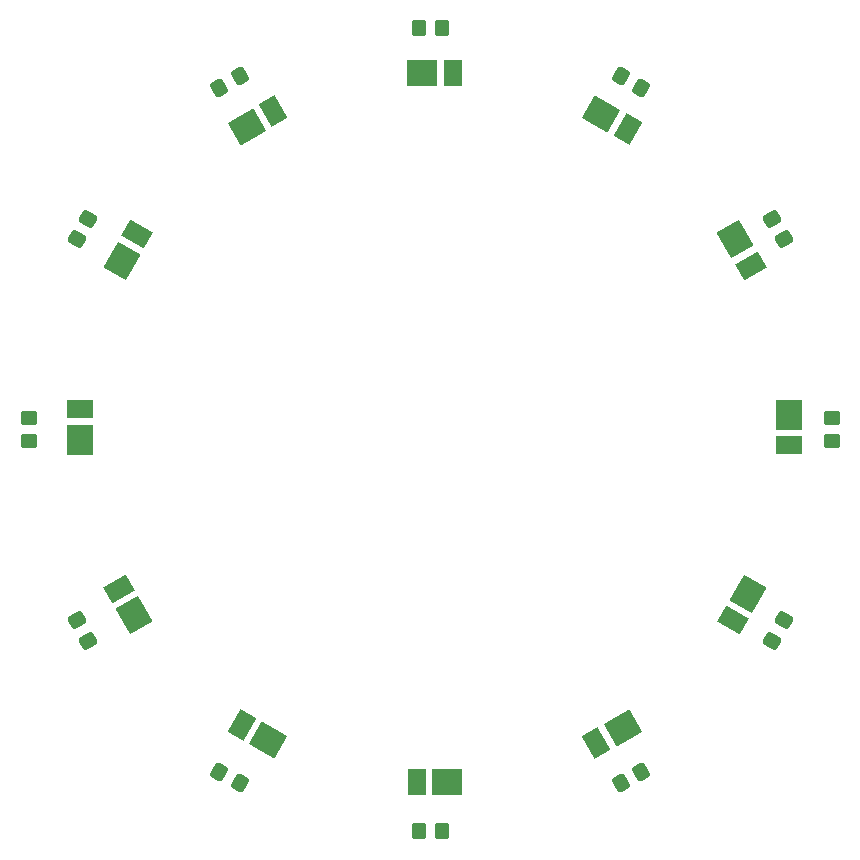
<source format=gbr>
%TF.GenerationSoftware,KiCad,Pcbnew,9.0.7-9.0.7~ubuntu24.04.1*%
%TF.CreationDate,2026-01-08T12:22:14+05:30*%
%TF.ProjectId,RPI_Cam3_RL,5250495f-4361-46d3-935f-524c2e6b6963,1.0.0*%
%TF.SameCoordinates,Original*%
%TF.FileFunction,Paste,Top*%
%TF.FilePolarity,Positive*%
%FSLAX46Y46*%
G04 Gerber Fmt 4.6, Leading zero omitted, Abs format (unit mm)*
G04 Created by KiCad (PCBNEW 9.0.7-9.0.7~ubuntu24.04.1) date 2026-01-08 12:22:14*
%MOMM*%
%LPD*%
G01*
G04 APERTURE LIST*
G04 Aperture macros list*
%AMRoundRect*
0 Rectangle with rounded corners*
0 $1 Rounding radius*
0 $2 $3 $4 $5 $6 $7 $8 $9 X,Y pos of 4 corners*
0 Add a 4 corners polygon primitive as box body*
4,1,4,$2,$3,$4,$5,$6,$7,$8,$9,$2,$3,0*
0 Add four circle primitives for the rounded corners*
1,1,$1+$1,$2,$3*
1,1,$1+$1,$4,$5*
1,1,$1+$1,$6,$7*
1,1,$1+$1,$8,$9*
0 Add four rect primitives between the rounded corners*
20,1,$1+$1,$2,$3,$4,$5,0*
20,1,$1+$1,$4,$5,$6,$7,0*
20,1,$1+$1,$6,$7,$8,$9,0*
20,1,$1+$1,$8,$9,$2,$3,0*%
%AMRotRect*
0 Rectangle, with rotation*
0 The origin of the aperture is its center*
0 $1 length*
0 $2 width*
0 $3 Rotation angle, in degrees counterclockwise*
0 Add horizontal line*
21,1,$1,$2,0,0,$3*%
G04 Aperture macros list end*
%ADD10RoundRect,0.250000X-0.350000X-0.450000X0.350000X-0.450000X0.350000X0.450000X-0.350000X0.450000X0*%
%ADD11RoundRect,0.250000X0.450000X-0.350000X0.450000X0.350000X-0.450000X0.350000X-0.450000X-0.350000X0*%
%ADD12RoundRect,0.250000X0.078109X0.564711X-0.528109X0.214711X-0.078109X-0.564711X0.528109X-0.214711X0*%
%ADD13R,2.200000X2.500000*%
%ADD14R,2.200000X1.550000*%
%ADD15RotRect,2.500000X2.200000X300.000000*%
%ADD16RotRect,1.550000X2.200000X300.000000*%
%ADD17RoundRect,0.250000X0.350000X0.450000X-0.350000X0.450000X-0.350000X-0.450000X0.350000X-0.450000X0*%
%ADD18RotRect,2.500000X2.200000X60.000000*%
%ADD19RotRect,1.550000X2.200000X60.000000*%
%ADD20RoundRect,0.250000X0.528109X0.214711X-0.078109X0.564711X-0.528109X-0.214711X0.078109X-0.564711X0*%
%ADD21RoundRect,0.250000X-0.528109X-0.214711X0.078109X-0.564711X0.528109X0.214711X-0.078109X0.564711X0*%
%ADD22R,2.500000X2.200000*%
%ADD23R,1.550000X2.200000*%
%ADD24RoundRect,0.250000X-0.214711X0.528109X-0.564711X-0.078109X0.214711X-0.528109X0.564711X0.078109X0*%
%ADD25RoundRect,0.250000X-0.564711X0.078109X-0.214711X-0.528109X0.564711X-0.078109X0.214711X0.528109X0*%
%ADD26RotRect,2.500000X2.200000X330.000000*%
%ADD27RotRect,1.550000X2.200000X330.000000*%
%ADD28RotRect,2.500000X2.200000X240.000000*%
%ADD29RotRect,1.550000X2.200000X240.000000*%
%ADD30RoundRect,0.250000X-0.450000X0.350000X-0.450000X-0.350000X0.450000X-0.350000X0.450000X0.350000X0*%
%ADD31RoundRect,0.250000X-0.078109X-0.564711X0.528109X-0.214711X0.078109X0.564711X-0.528109X0.214711X0*%
%ADD32RotRect,2.500000X2.200000X30.000000*%
%ADD33RotRect,1.550000X2.200000X30.000000*%
%ADD34RotRect,2.500000X2.200000X210.000000*%
%ADD35RotRect,1.550000X2.200000X210.000000*%
%ADD36RoundRect,0.250000X0.214711X-0.528109X0.564711X0.078109X-0.214711X0.528109X-0.564711X-0.078109X0*%
%ADD37RotRect,2.500000X2.200000X150.000000*%
%ADD38RotRect,1.550000X2.200000X150.000000*%
%ADD39RoundRect,0.250000X0.564711X-0.078109X0.214711X0.528109X-0.564711X0.078109X-0.214711X-0.528109X0*%
%ADD40RotRect,2.500000X2.200000X120.000000*%
%ADD41RotRect,1.550000X2.200000X120.000000*%
G04 APERTURE END LIST*
D10*
%TO.C,R1*%
X203796512Y-57000000D03*
X205796512Y-57000000D03*
%TD*%
D11*
%TO.C,R10*%
X170796512Y-92000000D03*
X170796512Y-90000000D03*
%TD*%
D12*
%TO.C,R6*%
X222662537Y-119944863D03*
X220930487Y-120944863D03*
%TD*%
D13*
%TO.C,D4*%
X235171833Y-89746477D03*
D14*
X235171833Y-92321477D03*
%TD*%
D15*
%TO.C,D3*%
X230627595Y-74887150D03*
D16*
X231915095Y-77117166D03*
%TD*%
D17*
%TO.C,R7*%
X205796512Y-125000000D03*
X203796512Y-125000000D03*
%TD*%
D18*
%TO.C,D11*%
X178666070Y-76705804D03*
D19*
X179953570Y-74475788D03*
%TD*%
D20*
%TO.C,R8*%
X188662537Y-120944863D03*
X186930487Y-119944863D03*
%TD*%
D21*
%TO.C,R2*%
X220930487Y-61055136D03*
X222662537Y-62055136D03*
%TD*%
D22*
%TO.C,D1*%
X204121833Y-60796477D03*
D23*
X206696833Y-60796477D03*
%TD*%
D24*
%TO.C,R5*%
X234741375Y-107133975D03*
X233741375Y-108866025D03*
%TD*%
D25*
%TO.C,R3*%
X233741375Y-73133975D03*
X234741375Y-74866025D03*
%TD*%
D22*
%TO.C,D7*%
X206221833Y-120796477D03*
D23*
X203646833Y-120796477D03*
%TD*%
D26*
%TO.C,D2*%
X219262506Y-64290714D03*
D27*
X221492522Y-65578214D03*
%TD*%
D28*
%TO.C,D5*%
X231677595Y-104887150D03*
D29*
X230390095Y-107117166D03*
%TD*%
D30*
%TO.C,R4*%
X238796512Y-90000000D03*
X238796512Y-92000000D03*
%TD*%
D31*
%TO.C,R12*%
X186930486Y-62055136D03*
X188662536Y-61055136D03*
%TD*%
D32*
%TO.C,D12*%
X189262505Y-65340714D03*
D33*
X191492521Y-64053214D03*
%TD*%
D34*
%TO.C,D6*%
X221081160Y-116252239D03*
D35*
X218851144Y-117539739D03*
%TD*%
D36*
%TO.C,R11*%
X174851648Y-74866025D03*
X175851648Y-73133975D03*
%TD*%
D37*
%TO.C,D8*%
X191081160Y-117302239D03*
D38*
X188851144Y-116014739D03*
%TD*%
D39*
%TO.C,R9*%
X175851648Y-108866025D03*
X174851648Y-107133975D03*
%TD*%
D13*
%TO.C,D10*%
X175171833Y-91846477D03*
D14*
X175171833Y-89271477D03*
%TD*%
D40*
%TO.C,D9*%
X179716070Y-106705804D03*
D41*
X178428570Y-104475788D03*
%TD*%
M02*

</source>
